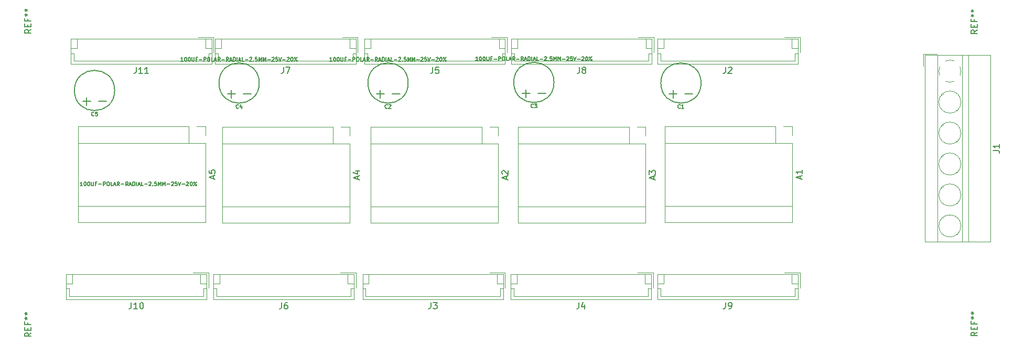
<source format=gbr>
%TF.GenerationSoftware,KiCad,Pcbnew,(5.1.6)-1*%
%TF.CreationDate,2020-09-25T17:37:12+06:00*%
%TF.ProjectId,TMC2130,544d4332-3133-4302-9e6b-696361645f70,rev?*%
%TF.SameCoordinates,Original*%
%TF.FileFunction,Legend,Top*%
%TF.FilePolarity,Positive*%
%FSLAX46Y46*%
G04 Gerber Fmt 4.6, Leading zero omitted, Abs format (unit mm)*
G04 Created by KiCad (PCBNEW (5.1.6)-1) date 2020-09-25 17:37:12*
%MOMM*%
%LPD*%
G01*
G04 APERTURE LIST*
%ADD10C,0.120000*%
%ADD11C,0.203200*%
%ADD12C,0.150000*%
%ADD13C,0.127000*%
G04 APERTURE END LIST*
D10*
%TO.C,J11*%
X5610000Y-32810000D02*
X5610000Y-28790000D01*
X5610000Y-28790000D02*
X-17110000Y-28790000D01*
X-17110000Y-28790000D02*
X-17110000Y-32810000D01*
X-17110000Y-32810000D02*
X5610000Y-32810000D01*
X5610000Y-31100000D02*
X5110000Y-31100000D01*
X5110000Y-31100000D02*
X5110000Y-32310000D01*
X5110000Y-32310000D02*
X-16610000Y-32310000D01*
X-16610000Y-32310000D02*
X-16610000Y-31100000D01*
X-16610000Y-31100000D02*
X-17110000Y-31100000D01*
X5610000Y-30290000D02*
X4610000Y-30290000D01*
X4610000Y-30290000D02*
X4610000Y-28790000D01*
X-17110000Y-30290000D02*
X-16110000Y-30290000D01*
X-16110000Y-30290000D02*
X-16110000Y-28790000D01*
X5910000Y-30990000D02*
X5910000Y-28490000D01*
X5910000Y-28490000D02*
X3410000Y-28490000D01*
%TO.C,J10*%
X4810000Y-70810000D02*
X4810000Y-66790000D01*
X4810000Y-66790000D02*
X-17910000Y-66790000D01*
X-17910000Y-66790000D02*
X-17910000Y-70810000D01*
X-17910000Y-70810000D02*
X4810000Y-70810000D01*
X4810000Y-69100000D02*
X4310000Y-69100000D01*
X4310000Y-69100000D02*
X4310000Y-70310000D01*
X4310000Y-70310000D02*
X-17410000Y-70310000D01*
X-17410000Y-70310000D02*
X-17410000Y-69100000D01*
X-17410000Y-69100000D02*
X-17910000Y-69100000D01*
X4810000Y-68290000D02*
X3810000Y-68290000D01*
X3810000Y-68290000D02*
X3810000Y-66790000D01*
X-17910000Y-68290000D02*
X-16910000Y-68290000D01*
X-16910000Y-68290000D02*
X-16910000Y-66790000D01*
X5110000Y-68990000D02*
X5110000Y-66490000D01*
X5110000Y-66490000D02*
X2610000Y-66490000D01*
D11*
%TO.C,C5*%
X-12665000Y-38878000D02*
X-11395000Y-38878000D01*
X-15205000Y-38878000D02*
X-13935000Y-38878000D01*
X-14570000Y-39513000D02*
X-14570000Y-38243000D01*
X-10051340Y-37100000D02*
G75*
G03*
X-10051340Y-37100000I-3248660J0D01*
G01*
D10*
%TO.C,A5*%
X4600000Y-55730000D02*
X-15980000Y-55730000D01*
X1930000Y-45570000D02*
X-15980000Y-45570000D01*
X4600000Y-44300000D02*
X4600000Y-42900000D01*
X4600000Y-42900000D02*
X3200000Y-42900000D01*
X4600000Y-45570000D02*
X1930000Y-45570000D01*
X1930000Y-45570000D02*
X1930000Y-42900000D01*
X1930000Y-42900000D02*
X-15980000Y-42900000D01*
X-15980000Y-42900000D02*
X-15980000Y-58400000D01*
X-15980000Y-58400000D02*
X4600000Y-58400000D01*
X4600000Y-58400000D02*
X4600000Y-45570000D01*
%TO.C,J7*%
X29210000Y-28490000D02*
X26710000Y-28490000D01*
X29210000Y-30990000D02*
X29210000Y-28490000D01*
X7190000Y-30290000D02*
X7190000Y-28790000D01*
X6190000Y-30290000D02*
X7190000Y-30290000D01*
X27910000Y-30290000D02*
X27910000Y-28790000D01*
X28910000Y-30290000D02*
X27910000Y-30290000D01*
X6690000Y-31100000D02*
X6190000Y-31100000D01*
X6690000Y-32310000D02*
X6690000Y-31100000D01*
X28410000Y-32310000D02*
X6690000Y-32310000D01*
X28410000Y-31100000D02*
X28410000Y-32310000D01*
X28910000Y-31100000D02*
X28410000Y-31100000D01*
X6190000Y-32810000D02*
X28910000Y-32810000D01*
X6190000Y-28790000D02*
X6190000Y-32810000D01*
X28910000Y-28790000D02*
X6190000Y-28790000D01*
X28910000Y-32810000D02*
X28910000Y-28790000D01*
%TO.C,J6*%
X28910000Y-66490000D02*
X26410000Y-66490000D01*
X28910000Y-68990000D02*
X28910000Y-66490000D01*
X6890000Y-68290000D02*
X6890000Y-66790000D01*
X5890000Y-68290000D02*
X6890000Y-68290000D01*
X27610000Y-68290000D02*
X27610000Y-66790000D01*
X28610000Y-68290000D02*
X27610000Y-68290000D01*
X6390000Y-69100000D02*
X5890000Y-69100000D01*
X6390000Y-70310000D02*
X6390000Y-69100000D01*
X28110000Y-70310000D02*
X6390000Y-70310000D01*
X28110000Y-69100000D02*
X28110000Y-70310000D01*
X28610000Y-69100000D02*
X28110000Y-69100000D01*
X5890000Y-70810000D02*
X28610000Y-70810000D01*
X5890000Y-66790000D02*
X5890000Y-70810000D01*
X28610000Y-66790000D02*
X5890000Y-66790000D01*
X28610000Y-70810000D02*
X28610000Y-66790000D01*
D11*
%TO.C,C4*%
X13298340Y-35900000D02*
G75*
G03*
X13298340Y-35900000I-3248660J0D01*
G01*
X8779680Y-38313000D02*
X8779680Y-37043000D01*
X8144680Y-37678000D02*
X9414680Y-37678000D01*
X10684680Y-37678000D02*
X11954680Y-37678000D01*
D10*
%TO.C,A4*%
X27900000Y-58500000D02*
X27900000Y-45670000D01*
X7320000Y-58500000D02*
X27900000Y-58500000D01*
X7320000Y-43000000D02*
X7320000Y-58500000D01*
X25230000Y-43000000D02*
X7320000Y-43000000D01*
X25230000Y-45670000D02*
X25230000Y-43000000D01*
X27900000Y-45670000D02*
X25230000Y-45670000D01*
X27900000Y-43000000D02*
X26500000Y-43000000D01*
X27900000Y-44400000D02*
X27900000Y-43000000D01*
X25230000Y-45670000D02*
X7320000Y-45670000D01*
X27900000Y-55830000D02*
X7320000Y-55830000D01*
%TO.C,J5*%
X53310000Y-28490000D02*
X50810000Y-28490000D01*
X53310000Y-30990000D02*
X53310000Y-28490000D01*
X31290000Y-30290000D02*
X31290000Y-28790000D01*
X30290000Y-30290000D02*
X31290000Y-30290000D01*
X52010000Y-30290000D02*
X52010000Y-28790000D01*
X53010000Y-30290000D02*
X52010000Y-30290000D01*
X30790000Y-31100000D02*
X30290000Y-31100000D01*
X30790000Y-32310000D02*
X30790000Y-31100000D01*
X52510000Y-32310000D02*
X30790000Y-32310000D01*
X52510000Y-31100000D02*
X52510000Y-32310000D01*
X53010000Y-31100000D02*
X52510000Y-31100000D01*
X30290000Y-32810000D02*
X53010000Y-32810000D01*
X30290000Y-28790000D02*
X30290000Y-32810000D01*
X53010000Y-28790000D02*
X30290000Y-28790000D01*
X53010000Y-32810000D02*
X53010000Y-28790000D01*
%TO.C,J3*%
X53010000Y-66490000D02*
X50510000Y-66490000D01*
X53010000Y-68990000D02*
X53010000Y-66490000D01*
X30990000Y-68290000D02*
X30990000Y-66790000D01*
X29990000Y-68290000D02*
X30990000Y-68290000D01*
X51710000Y-68290000D02*
X51710000Y-66790000D01*
X52710000Y-68290000D02*
X51710000Y-68290000D01*
X30490000Y-69100000D02*
X29990000Y-69100000D01*
X30490000Y-70310000D02*
X30490000Y-69100000D01*
X52210000Y-70310000D02*
X30490000Y-70310000D01*
X52210000Y-69100000D02*
X52210000Y-70310000D01*
X52710000Y-69100000D02*
X52210000Y-69100000D01*
X29990000Y-70810000D02*
X52710000Y-70810000D01*
X29990000Y-66790000D02*
X29990000Y-70810000D01*
X52710000Y-66790000D02*
X29990000Y-66790000D01*
X52710000Y-70810000D02*
X52710000Y-66790000D01*
D11*
%TO.C,C2*%
X37348660Y-35900000D02*
G75*
G03*
X37348660Y-35900000I-3248660J0D01*
G01*
X32830000Y-38313000D02*
X32830000Y-37043000D01*
X32195000Y-37678000D02*
X33465000Y-37678000D01*
X34735000Y-37678000D02*
X36005000Y-37678000D01*
D10*
%TO.C,A2*%
X51900000Y-58500000D02*
X51900000Y-45670000D01*
X31320000Y-58500000D02*
X51900000Y-58500000D01*
X31320000Y-43000000D02*
X31320000Y-58500000D01*
X49230000Y-43000000D02*
X31320000Y-43000000D01*
X49230000Y-45670000D02*
X49230000Y-43000000D01*
X51900000Y-45670000D02*
X49230000Y-45670000D01*
X51900000Y-43000000D02*
X50500000Y-43000000D01*
X51900000Y-44400000D02*
X51900000Y-43000000D01*
X49230000Y-45670000D02*
X31320000Y-45670000D01*
X51900000Y-55830000D02*
X31320000Y-55830000D01*
%TO.C,J9*%
X100610000Y-66490000D02*
X98110000Y-66490000D01*
X100610000Y-68990000D02*
X100610000Y-66490000D01*
X78590000Y-68290000D02*
X78590000Y-66790000D01*
X77590000Y-68290000D02*
X78590000Y-68290000D01*
X99310000Y-68290000D02*
X99310000Y-66790000D01*
X100310000Y-68290000D02*
X99310000Y-68290000D01*
X78090000Y-69100000D02*
X77590000Y-69100000D01*
X78090000Y-70310000D02*
X78090000Y-69100000D01*
X99810000Y-70310000D02*
X78090000Y-70310000D01*
X99810000Y-69100000D02*
X99810000Y-70310000D01*
X100310000Y-69100000D02*
X99810000Y-69100000D01*
X77590000Y-70810000D02*
X100310000Y-70810000D01*
X77590000Y-66790000D02*
X77590000Y-70810000D01*
X100310000Y-66790000D02*
X77590000Y-66790000D01*
X100310000Y-70810000D02*
X100310000Y-66790000D01*
%TO.C,J8*%
X77010000Y-28490000D02*
X74510000Y-28490000D01*
X77010000Y-30990000D02*
X77010000Y-28490000D01*
X54990000Y-30290000D02*
X54990000Y-28790000D01*
X53990000Y-30290000D02*
X54990000Y-30290000D01*
X75710000Y-30290000D02*
X75710000Y-28790000D01*
X76710000Y-30290000D02*
X75710000Y-30290000D01*
X54490000Y-31100000D02*
X53990000Y-31100000D01*
X54490000Y-32310000D02*
X54490000Y-31100000D01*
X76210000Y-32310000D02*
X54490000Y-32310000D01*
X76210000Y-31100000D02*
X76210000Y-32310000D01*
X76710000Y-31100000D02*
X76210000Y-31100000D01*
X53990000Y-32810000D02*
X76710000Y-32810000D01*
X53990000Y-28790000D02*
X53990000Y-32810000D01*
X76710000Y-28790000D02*
X53990000Y-28790000D01*
X76710000Y-32810000D02*
X76710000Y-28790000D01*
%TO.C,J4*%
X76910000Y-66490000D02*
X74410000Y-66490000D01*
X76910000Y-68990000D02*
X76910000Y-66490000D01*
X54890000Y-68290000D02*
X54890000Y-66790000D01*
X53890000Y-68290000D02*
X54890000Y-68290000D01*
X75610000Y-68290000D02*
X75610000Y-66790000D01*
X76610000Y-68290000D02*
X75610000Y-68290000D01*
X54390000Y-69100000D02*
X53890000Y-69100000D01*
X54390000Y-70310000D02*
X54390000Y-69100000D01*
X76110000Y-70310000D02*
X54390000Y-70310000D01*
X76110000Y-69100000D02*
X76110000Y-70310000D01*
X76610000Y-69100000D02*
X76110000Y-69100000D01*
X53890000Y-70810000D02*
X76610000Y-70810000D01*
X53890000Y-66790000D02*
X53890000Y-70810000D01*
X76610000Y-66790000D02*
X53890000Y-66790000D01*
X76610000Y-70810000D02*
X76610000Y-66790000D01*
D11*
%TO.C,C3*%
X60898340Y-35800000D02*
G75*
G03*
X60898340Y-35800000I-3248660J0D01*
G01*
X56379680Y-38213000D02*
X56379680Y-36943000D01*
X55744680Y-37578000D02*
X57014680Y-37578000D01*
X58284680Y-37578000D02*
X59554680Y-37578000D01*
D10*
%TO.C,A3*%
X75700000Y-58500000D02*
X75700000Y-45670000D01*
X55120000Y-58500000D02*
X75700000Y-58500000D01*
X55120000Y-43000000D02*
X55120000Y-58500000D01*
X73030000Y-43000000D02*
X55120000Y-43000000D01*
X73030000Y-45670000D02*
X73030000Y-43000000D01*
X75700000Y-45670000D02*
X73030000Y-45670000D01*
X75700000Y-43000000D02*
X74300000Y-43000000D01*
X75700000Y-44400000D02*
X75700000Y-43000000D01*
X73030000Y-45670000D02*
X55120000Y-45670000D01*
X75700000Y-55830000D02*
X55120000Y-55830000D01*
%TO.C,J2*%
X100310000Y-32810000D02*
X100310000Y-28790000D01*
X100310000Y-28790000D02*
X77590000Y-28790000D01*
X77590000Y-28790000D02*
X77590000Y-32810000D01*
X77590000Y-32810000D02*
X100310000Y-32810000D01*
X100310000Y-31100000D02*
X99810000Y-31100000D01*
X99810000Y-31100000D02*
X99810000Y-32310000D01*
X99810000Y-32310000D02*
X78090000Y-32310000D01*
X78090000Y-32310000D02*
X78090000Y-31100000D01*
X78090000Y-31100000D02*
X77590000Y-31100000D01*
X100310000Y-30290000D02*
X99310000Y-30290000D01*
X99310000Y-30290000D02*
X99310000Y-28790000D01*
X77590000Y-30290000D02*
X78590000Y-30290000D01*
X78590000Y-30290000D02*
X78590000Y-28790000D01*
X100610000Y-30990000D02*
X100610000Y-28490000D01*
X100610000Y-28490000D02*
X98110000Y-28490000D01*
D11*
%TO.C,C1*%
X82035000Y-37678000D02*
X83305000Y-37678000D01*
X79495000Y-37678000D02*
X80765000Y-37678000D01*
X80130000Y-38313000D02*
X80130000Y-37043000D01*
X84648660Y-35900000D02*
G75*
G03*
X84648660Y-35900000I-3248660J0D01*
G01*
D10*
%TO.C,J1*%
X120519000Y-31178000D02*
X120519000Y-33178000D01*
X122759000Y-31178000D02*
X120519000Y-31178000D01*
X123736000Y-57678000D02*
X123686000Y-57628000D01*
X126169000Y-60111000D02*
X126145000Y-60086000D01*
X123494000Y-57870000D02*
X123469000Y-57846000D01*
X125952000Y-60328000D02*
X125902000Y-60279000D01*
X123736000Y-52678000D02*
X123686000Y-52628000D01*
X126169000Y-55111000D02*
X126145000Y-55086000D01*
X123494000Y-52870000D02*
X123469000Y-52846000D01*
X125952000Y-55328000D02*
X125902000Y-55279000D01*
X123736000Y-47678000D02*
X123686000Y-47628000D01*
X126169000Y-50111000D02*
X126145000Y-50086000D01*
X123494000Y-47870000D02*
X123469000Y-47846000D01*
X125952000Y-50328000D02*
X125902000Y-50279000D01*
X123736000Y-42678000D02*
X123686000Y-42628000D01*
X126169000Y-45111000D02*
X126145000Y-45086000D01*
X123494000Y-42870000D02*
X123469000Y-42846000D01*
X125952000Y-45328000D02*
X125902000Y-45279000D01*
X123736000Y-37678000D02*
X123686000Y-37628000D01*
X126169000Y-40111000D02*
X126145000Y-40086000D01*
X123494000Y-37870000D02*
X123469000Y-37846000D01*
X125952000Y-40328000D02*
X125902000Y-40279000D01*
X131379000Y-61538000D02*
X120759000Y-61538000D01*
X131379000Y-31418000D02*
X120759000Y-31418000D01*
X120759000Y-31418000D02*
X120759000Y-61538000D01*
X131379000Y-31418000D02*
X131379000Y-61538000D01*
X127819000Y-31418000D02*
X127819000Y-61538000D01*
X126819000Y-31418000D02*
X126819000Y-61538000D01*
X122819000Y-31418000D02*
X122819000Y-61538000D01*
X126599000Y-58978000D02*
G75*
G03*
X126599000Y-58978000I-1780000J0D01*
G01*
X126599000Y-53978000D02*
G75*
G03*
X126599000Y-53978000I-1780000J0D01*
G01*
X126599000Y-48978000D02*
G75*
G03*
X126599000Y-48978000I-1780000J0D01*
G01*
X126599000Y-43978000D02*
G75*
G03*
X126599000Y-43978000I-1780000J0D01*
G01*
X126599000Y-38978000D02*
G75*
G03*
X126599000Y-38978000I-1780000J0D01*
G01*
X123038611Y-34008814D02*
G75*
G02*
X123180000Y-33282000I1780389J30814D01*
G01*
X124123484Y-32338795D02*
G75*
G02*
X125515000Y-32339000I695516J-1639205D01*
G01*
X126458205Y-33282484D02*
G75*
G02*
X126458000Y-34674000I-1639205J-695516D01*
G01*
X125514516Y-35617205D02*
G75*
G02*
X124123000Y-35617000I-695516J1639205D01*
G01*
X123180501Y-34673501D02*
G75*
G02*
X123039000Y-33978000I1638499J695501D01*
G01*
%TO.C,A1*%
X99358500Y-58428500D02*
X99358500Y-45598500D01*
X78778500Y-58428500D02*
X99358500Y-58428500D01*
X78778500Y-42928500D02*
X78778500Y-58428500D01*
X96688500Y-42928500D02*
X78778500Y-42928500D01*
X96688500Y-45598500D02*
X96688500Y-42928500D01*
X99358500Y-45598500D02*
X96688500Y-45598500D01*
X99358500Y-42928500D02*
X97958500Y-42928500D01*
X99358500Y-44328500D02*
X99358500Y-42928500D01*
X96688500Y-45598500D02*
X78778500Y-45598500D01*
X99358500Y-55758500D02*
X78778500Y-55758500D01*
%TO.C,REF\u002A\u002A*%
D12*
X-23547619Y-27233333D02*
X-24023809Y-27566666D01*
X-23547619Y-27804761D02*
X-24547619Y-27804761D01*
X-24547619Y-27423809D01*
X-24500000Y-27328571D01*
X-24452380Y-27280952D01*
X-24357142Y-27233333D01*
X-24214285Y-27233333D01*
X-24119047Y-27280952D01*
X-24071428Y-27328571D01*
X-24023809Y-27423809D01*
X-24023809Y-27804761D01*
X-24071428Y-26804761D02*
X-24071428Y-26471428D01*
X-23547619Y-26328571D02*
X-23547619Y-26804761D01*
X-24547619Y-26804761D01*
X-24547619Y-26328571D01*
X-24071428Y-25566666D02*
X-24071428Y-25900000D01*
X-23547619Y-25900000D02*
X-24547619Y-25900000D01*
X-24547619Y-25423809D01*
X-24547619Y-24900000D02*
X-24309523Y-24900000D01*
X-24404761Y-25138095D02*
X-24309523Y-24900000D01*
X-24404761Y-24661904D01*
X-24119047Y-25042857D02*
X-24309523Y-24900000D01*
X-24119047Y-24757142D01*
X-24547619Y-24138095D02*
X-24309523Y-24138095D01*
X-24404761Y-24376190D02*
X-24309523Y-24138095D01*
X-24404761Y-23900000D01*
X-24119047Y-24280952D02*
X-24309523Y-24138095D01*
X-24119047Y-23995238D01*
X129252380Y-27333333D02*
X128776190Y-27666666D01*
X129252380Y-27904761D02*
X128252380Y-27904761D01*
X128252380Y-27523809D01*
X128300000Y-27428571D01*
X128347619Y-27380952D01*
X128442857Y-27333333D01*
X128585714Y-27333333D01*
X128680952Y-27380952D01*
X128728571Y-27428571D01*
X128776190Y-27523809D01*
X128776190Y-27904761D01*
X128728571Y-26904761D02*
X128728571Y-26571428D01*
X129252380Y-26428571D02*
X129252380Y-26904761D01*
X128252380Y-26904761D01*
X128252380Y-26428571D01*
X128728571Y-25666666D02*
X128728571Y-26000000D01*
X129252380Y-26000000D02*
X128252380Y-26000000D01*
X128252380Y-25523809D01*
X128252380Y-25000000D02*
X128490476Y-25000000D01*
X128395238Y-25238095D02*
X128490476Y-25000000D01*
X128395238Y-24761904D01*
X128680952Y-25142857D02*
X128490476Y-25000000D01*
X128680952Y-24857142D01*
X128252380Y-24238095D02*
X128490476Y-24238095D01*
X128395238Y-24476190D02*
X128490476Y-24238095D01*
X128395238Y-24000000D01*
X128680952Y-24380952D02*
X128490476Y-24238095D01*
X128680952Y-24095238D01*
X129252380Y-76133333D02*
X128776190Y-76466666D01*
X129252380Y-76704761D02*
X128252380Y-76704761D01*
X128252380Y-76323809D01*
X128300000Y-76228571D01*
X128347619Y-76180952D01*
X128442857Y-76133333D01*
X128585714Y-76133333D01*
X128680952Y-76180952D01*
X128728571Y-76228571D01*
X128776190Y-76323809D01*
X128776190Y-76704761D01*
X128728571Y-75704761D02*
X128728571Y-75371428D01*
X129252380Y-75228571D02*
X129252380Y-75704761D01*
X128252380Y-75704761D01*
X128252380Y-75228571D01*
X128728571Y-74466666D02*
X128728571Y-74800000D01*
X129252380Y-74800000D02*
X128252380Y-74800000D01*
X128252380Y-74323809D01*
X128252380Y-73800000D02*
X128490476Y-73800000D01*
X128395238Y-74038095D02*
X128490476Y-73800000D01*
X128395238Y-73561904D01*
X128680952Y-73942857D02*
X128490476Y-73800000D01*
X128680952Y-73657142D01*
X128252380Y-73038095D02*
X128490476Y-73038095D01*
X128395238Y-73276190D02*
X128490476Y-73038095D01*
X128395238Y-72800000D01*
X128680952Y-73180952D02*
X128490476Y-73038095D01*
X128680952Y-72895238D01*
X-23547619Y-76233333D02*
X-24023809Y-76566666D01*
X-23547619Y-76804761D02*
X-24547619Y-76804761D01*
X-24547619Y-76423809D01*
X-24500000Y-76328571D01*
X-24452380Y-76280952D01*
X-24357142Y-76233333D01*
X-24214285Y-76233333D01*
X-24119047Y-76280952D01*
X-24071428Y-76328571D01*
X-24023809Y-76423809D01*
X-24023809Y-76804761D01*
X-24071428Y-75804761D02*
X-24071428Y-75471428D01*
X-23547619Y-75328571D02*
X-23547619Y-75804761D01*
X-24547619Y-75804761D01*
X-24547619Y-75328571D01*
X-24071428Y-74566666D02*
X-24071428Y-74900000D01*
X-23547619Y-74900000D02*
X-24547619Y-74900000D01*
X-24547619Y-74423809D01*
X-24547619Y-73900000D02*
X-24309523Y-73900000D01*
X-24404761Y-74138095D02*
X-24309523Y-73900000D01*
X-24404761Y-73661904D01*
X-24119047Y-74042857D02*
X-24309523Y-73900000D01*
X-24119047Y-73757142D01*
X-24547619Y-73138095D02*
X-24309523Y-73138095D01*
X-24404761Y-73376190D02*
X-24309523Y-73138095D01*
X-24404761Y-72900000D01*
X-24119047Y-73280952D02*
X-24309523Y-73138095D01*
X-24119047Y-72995238D01*
%TO.C,J11*%
X-6559523Y-33352380D02*
X-6559523Y-34066666D01*
X-6607142Y-34209523D01*
X-6702380Y-34304761D01*
X-6845238Y-34352380D01*
X-6940476Y-34352380D01*
X-5559523Y-34352380D02*
X-6130952Y-34352380D01*
X-5845238Y-34352380D02*
X-5845238Y-33352380D01*
X-5940476Y-33495238D01*
X-6035714Y-33590476D01*
X-6130952Y-33638095D01*
X-4607142Y-34352380D02*
X-5178571Y-34352380D01*
X-4892857Y-34352380D02*
X-4892857Y-33352380D01*
X-4988095Y-33495238D01*
X-5083333Y-33590476D01*
X-5178571Y-33638095D01*
%TO.C,J10*%
X-7359523Y-71352380D02*
X-7359523Y-72066666D01*
X-7407142Y-72209523D01*
X-7502380Y-72304761D01*
X-7645238Y-72352380D01*
X-7740476Y-72352380D01*
X-6359523Y-72352380D02*
X-6930952Y-72352380D01*
X-6645238Y-72352380D02*
X-6645238Y-71352380D01*
X-6740476Y-71495238D01*
X-6835714Y-71590476D01*
X-6930952Y-71638095D01*
X-5740476Y-71352380D02*
X-5645238Y-71352380D01*
X-5550000Y-71400000D01*
X-5502380Y-71447619D01*
X-5454761Y-71542857D01*
X-5407142Y-71733333D01*
X-5407142Y-71971428D01*
X-5454761Y-72161904D01*
X-5502380Y-72257142D01*
X-5550000Y-72304761D01*
X-5645238Y-72352380D01*
X-5740476Y-72352380D01*
X-5835714Y-72304761D01*
X-5883333Y-72257142D01*
X-5930952Y-72161904D01*
X-5978571Y-71971428D01*
X-5978571Y-71733333D01*
X-5930952Y-71542857D01*
X-5883333Y-71447619D01*
X-5835714Y-71400000D01*
X-5740476Y-71352380D01*
%TO.C,C5*%
D13*
X-13401600Y-41127714D02*
X-13430628Y-41156742D01*
X-13517714Y-41185771D01*
X-13575771Y-41185771D01*
X-13662857Y-41156742D01*
X-13720914Y-41098685D01*
X-13749942Y-41040628D01*
X-13778971Y-40924514D01*
X-13778971Y-40837428D01*
X-13749942Y-40721314D01*
X-13720914Y-40663257D01*
X-13662857Y-40605200D01*
X-13575771Y-40576171D01*
X-13517714Y-40576171D01*
X-13430628Y-40605200D01*
X-13401600Y-40634228D01*
X-12850057Y-40576171D02*
X-13140342Y-40576171D01*
X-13169371Y-40866457D01*
X-13140342Y-40837428D01*
X-13082285Y-40808400D01*
X-12937142Y-40808400D01*
X-12879085Y-40837428D01*
X-12850057Y-40866457D01*
X-12821028Y-40924514D01*
X-12821028Y-41069657D01*
X-12850057Y-41127714D01*
X-12879085Y-41156742D01*
X-12937142Y-41185771D01*
X-13082285Y-41185771D01*
X-13140342Y-41156742D01*
X-13169371Y-41127714D01*
X-15227885Y-52475771D02*
X-15576228Y-52475771D01*
X-15402057Y-52475771D02*
X-15402057Y-51866171D01*
X-15460114Y-51953257D01*
X-15518171Y-52011314D01*
X-15576228Y-52040342D01*
X-14850514Y-51866171D02*
X-14792457Y-51866171D01*
X-14734400Y-51895200D01*
X-14705371Y-51924228D01*
X-14676342Y-51982285D01*
X-14647314Y-52098400D01*
X-14647314Y-52243542D01*
X-14676342Y-52359657D01*
X-14705371Y-52417714D01*
X-14734400Y-52446742D01*
X-14792457Y-52475771D01*
X-14850514Y-52475771D01*
X-14908571Y-52446742D01*
X-14937600Y-52417714D01*
X-14966628Y-52359657D01*
X-14995657Y-52243542D01*
X-14995657Y-52098400D01*
X-14966628Y-51982285D01*
X-14937600Y-51924228D01*
X-14908571Y-51895200D01*
X-14850514Y-51866171D01*
X-14269942Y-51866171D02*
X-14211885Y-51866171D01*
X-14153828Y-51895200D01*
X-14124800Y-51924228D01*
X-14095771Y-51982285D01*
X-14066742Y-52098400D01*
X-14066742Y-52243542D01*
X-14095771Y-52359657D01*
X-14124800Y-52417714D01*
X-14153828Y-52446742D01*
X-14211885Y-52475771D01*
X-14269942Y-52475771D01*
X-14328000Y-52446742D01*
X-14357028Y-52417714D01*
X-14386057Y-52359657D01*
X-14415085Y-52243542D01*
X-14415085Y-52098400D01*
X-14386057Y-51982285D01*
X-14357028Y-51924228D01*
X-14328000Y-51895200D01*
X-14269942Y-51866171D01*
X-13805485Y-51866171D02*
X-13805485Y-52359657D01*
X-13776457Y-52417714D01*
X-13747428Y-52446742D01*
X-13689371Y-52475771D01*
X-13573257Y-52475771D01*
X-13515200Y-52446742D01*
X-13486171Y-52417714D01*
X-13457142Y-52359657D01*
X-13457142Y-51866171D01*
X-12963657Y-52156457D02*
X-13166857Y-52156457D01*
X-13166857Y-52475771D02*
X-13166857Y-51866171D01*
X-12876571Y-51866171D01*
X-12644342Y-52243542D02*
X-12179885Y-52243542D01*
X-11889600Y-52475771D02*
X-11889600Y-51866171D01*
X-11657371Y-51866171D01*
X-11599314Y-51895200D01*
X-11570285Y-51924228D01*
X-11541257Y-51982285D01*
X-11541257Y-52069371D01*
X-11570285Y-52127428D01*
X-11599314Y-52156457D01*
X-11657371Y-52185485D01*
X-11889600Y-52185485D01*
X-11163885Y-51866171D02*
X-11047771Y-51866171D01*
X-10989714Y-51895200D01*
X-10931657Y-51953257D01*
X-10902628Y-52069371D01*
X-10902628Y-52272571D01*
X-10931657Y-52388685D01*
X-10989714Y-52446742D01*
X-11047771Y-52475771D01*
X-11163885Y-52475771D01*
X-11221942Y-52446742D01*
X-11280000Y-52388685D01*
X-11309028Y-52272571D01*
X-11309028Y-52069371D01*
X-11280000Y-51953257D01*
X-11221942Y-51895200D01*
X-11163885Y-51866171D01*
X-10351085Y-52475771D02*
X-10641371Y-52475771D01*
X-10641371Y-51866171D01*
X-10176914Y-52301600D02*
X-9886628Y-52301600D01*
X-10234971Y-52475771D02*
X-10031771Y-51866171D01*
X-9828571Y-52475771D01*
X-9277028Y-52475771D02*
X-9480228Y-52185485D01*
X-9625371Y-52475771D02*
X-9625371Y-51866171D01*
X-9393142Y-51866171D01*
X-9335085Y-51895200D01*
X-9306057Y-51924228D01*
X-9277028Y-51982285D01*
X-9277028Y-52069371D01*
X-9306057Y-52127428D01*
X-9335085Y-52156457D01*
X-9393142Y-52185485D01*
X-9625371Y-52185485D01*
X-9015771Y-52243542D02*
X-8551314Y-52243542D01*
X-7912685Y-52475771D02*
X-8115885Y-52185485D01*
X-8261028Y-52475771D02*
X-8261028Y-51866171D01*
X-8028800Y-51866171D01*
X-7970742Y-51895200D01*
X-7941714Y-51924228D01*
X-7912685Y-51982285D01*
X-7912685Y-52069371D01*
X-7941714Y-52127428D01*
X-7970742Y-52156457D01*
X-8028800Y-52185485D01*
X-8261028Y-52185485D01*
X-7680457Y-52301600D02*
X-7390171Y-52301600D01*
X-7738514Y-52475771D02*
X-7535314Y-51866171D01*
X-7332114Y-52475771D01*
X-7128914Y-52475771D02*
X-7128914Y-51866171D01*
X-6983771Y-51866171D01*
X-6896685Y-51895200D01*
X-6838628Y-51953257D01*
X-6809599Y-52011314D01*
X-6780571Y-52127428D01*
X-6780571Y-52214514D01*
X-6809599Y-52330628D01*
X-6838628Y-52388685D01*
X-6896685Y-52446742D01*
X-6983771Y-52475771D01*
X-7128914Y-52475771D01*
X-6519314Y-52475771D02*
X-6519314Y-51866171D01*
X-6258057Y-52301600D02*
X-5967771Y-52301600D01*
X-6316114Y-52475771D02*
X-6112914Y-51866171D01*
X-5909714Y-52475771D01*
X-5416228Y-52475771D02*
X-5706514Y-52475771D01*
X-5706514Y-51866171D01*
X-5213028Y-52243542D02*
X-4748571Y-52243542D01*
X-4487314Y-51924228D02*
X-4458285Y-51895200D01*
X-4400228Y-51866171D01*
X-4255085Y-51866171D01*
X-4197028Y-51895200D01*
X-4168000Y-51924228D01*
X-4138971Y-51982285D01*
X-4138971Y-52040342D01*
X-4168000Y-52127428D01*
X-4516342Y-52475771D01*
X-4138971Y-52475771D01*
X-3877714Y-52417714D02*
X-3848685Y-52446742D01*
X-3877714Y-52475771D01*
X-3906742Y-52446742D01*
X-3877714Y-52417714D01*
X-3877714Y-52475771D01*
X-3297142Y-51866171D02*
X-3587428Y-51866171D01*
X-3616457Y-52156457D01*
X-3587428Y-52127428D01*
X-3529371Y-52098400D01*
X-3384228Y-52098400D01*
X-3326171Y-52127428D01*
X-3297142Y-52156457D01*
X-3268114Y-52214514D01*
X-3268114Y-52359657D01*
X-3297142Y-52417714D01*
X-3326171Y-52446742D01*
X-3384228Y-52475771D01*
X-3529371Y-52475771D01*
X-3587428Y-52446742D01*
X-3616457Y-52417714D01*
X-3006857Y-52475771D02*
X-3006857Y-51866171D01*
X-2803657Y-52301600D01*
X-2600457Y-51866171D01*
X-2600457Y-52475771D01*
X-2310171Y-52475771D02*
X-2310171Y-51866171D01*
X-2106971Y-52301600D01*
X-1903771Y-51866171D01*
X-1903771Y-52475771D01*
X-1613485Y-52243542D02*
X-1149028Y-52243542D01*
X-887771Y-51924228D02*
X-858742Y-51895200D01*
X-800685Y-51866171D01*
X-655542Y-51866171D01*
X-597485Y-51895200D01*
X-568457Y-51924228D01*
X-539428Y-51982285D01*
X-539428Y-52040342D01*
X-568457Y-52127428D01*
X-916799Y-52475771D01*
X-539428Y-52475771D01*
X12114Y-51866171D02*
X-278171Y-51866171D01*
X-307199Y-52156457D01*
X-278171Y-52127428D01*
X-220114Y-52098400D01*
X-74971Y-52098400D01*
X-16914Y-52127428D01*
X12114Y-52156457D01*
X41142Y-52214514D01*
X41142Y-52359657D01*
X12114Y-52417714D01*
X-16914Y-52446742D01*
X-74971Y-52475771D01*
X-220114Y-52475771D01*
X-278171Y-52446742D01*
X-307199Y-52417714D01*
X215314Y-51866171D02*
X418514Y-52475771D01*
X621714Y-51866171D01*
X824914Y-52243542D02*
X1289371Y-52243542D01*
X1550628Y-51924228D02*
X1579657Y-51895200D01*
X1637714Y-51866171D01*
X1782857Y-51866171D01*
X1840914Y-51895200D01*
X1869942Y-51924228D01*
X1898971Y-51982285D01*
X1898971Y-52040342D01*
X1869942Y-52127428D01*
X1521600Y-52475771D01*
X1898971Y-52475771D01*
X2276342Y-51866171D02*
X2334400Y-51866171D01*
X2392457Y-51895200D01*
X2421485Y-51924228D01*
X2450514Y-51982285D01*
X2479542Y-52098400D01*
X2479542Y-52243542D01*
X2450514Y-52359657D01*
X2421485Y-52417714D01*
X2392457Y-52446742D01*
X2334400Y-52475771D01*
X2276342Y-52475771D01*
X2218285Y-52446742D01*
X2189257Y-52417714D01*
X2160228Y-52359657D01*
X2131200Y-52243542D01*
X2131200Y-52098400D01*
X2160228Y-51982285D01*
X2189257Y-51924228D01*
X2218285Y-51895200D01*
X2276342Y-51866171D01*
X2711771Y-52475771D02*
X3176228Y-51866171D01*
X2798857Y-51866171D02*
X2856914Y-51895200D01*
X2885942Y-51953257D01*
X2856914Y-52011314D01*
X2798857Y-52040342D01*
X2740800Y-52011314D01*
X2711771Y-51953257D01*
X2740800Y-51895200D01*
X2798857Y-51866171D01*
X3147200Y-52446742D02*
X3176228Y-52388685D01*
X3147200Y-52330628D01*
X3089142Y-52301600D01*
X3031085Y-52330628D01*
X3002057Y-52388685D01*
X3031085Y-52446742D01*
X3089142Y-52475771D01*
X3147200Y-52446742D01*
%TO.C,A5*%
D12*
X5906666Y-51364285D02*
X5906666Y-50888095D01*
X6192380Y-51459523D02*
X5192380Y-51126190D01*
X6192380Y-50792857D01*
X5192380Y-49983333D02*
X5192380Y-50459523D01*
X5668571Y-50507142D01*
X5620952Y-50459523D01*
X5573333Y-50364285D01*
X5573333Y-50126190D01*
X5620952Y-50030952D01*
X5668571Y-49983333D01*
X5763809Y-49935714D01*
X6001904Y-49935714D01*
X6097142Y-49983333D01*
X6144761Y-50030952D01*
X6192380Y-50126190D01*
X6192380Y-50364285D01*
X6144761Y-50459523D01*
X6097142Y-50507142D01*
%TO.C,J7*%
X17216666Y-33352380D02*
X17216666Y-34066666D01*
X17169047Y-34209523D01*
X17073809Y-34304761D01*
X16930952Y-34352380D01*
X16835714Y-34352380D01*
X17597619Y-33352380D02*
X18264285Y-33352380D01*
X17835714Y-34352380D01*
%TO.C,J6*%
X16916666Y-71352380D02*
X16916666Y-72066666D01*
X16869047Y-72209523D01*
X16773809Y-72304761D01*
X16630952Y-72352380D01*
X16535714Y-72352380D01*
X17821428Y-71352380D02*
X17630952Y-71352380D01*
X17535714Y-71400000D01*
X17488095Y-71447619D01*
X17392857Y-71590476D01*
X17345238Y-71780952D01*
X17345238Y-72161904D01*
X17392857Y-72257142D01*
X17440476Y-72304761D01*
X17535714Y-72352380D01*
X17726190Y-72352380D01*
X17821428Y-72304761D01*
X17869047Y-72257142D01*
X17916666Y-72161904D01*
X17916666Y-71923809D01*
X17869047Y-71828571D01*
X17821428Y-71780952D01*
X17726190Y-71733333D01*
X17535714Y-71733333D01*
X17440476Y-71780952D01*
X17392857Y-71828571D01*
X17345238Y-71923809D01*
%TO.C,C4*%
D13*
X9948080Y-39927714D02*
X9919051Y-39956742D01*
X9831965Y-39985771D01*
X9773908Y-39985771D01*
X9686822Y-39956742D01*
X9628765Y-39898685D01*
X9599737Y-39840628D01*
X9570708Y-39724514D01*
X9570708Y-39637428D01*
X9599737Y-39521314D01*
X9628765Y-39463257D01*
X9686822Y-39405200D01*
X9773908Y-39376171D01*
X9831965Y-39376171D01*
X9919051Y-39405200D01*
X9948080Y-39434228D01*
X10470594Y-39579371D02*
X10470594Y-39985771D01*
X10325451Y-39347142D02*
X10180308Y-39782571D01*
X10557680Y-39782571D01*
X1021794Y-32365771D02*
X673451Y-32365771D01*
X847622Y-32365771D02*
X847622Y-31756171D01*
X789565Y-31843257D01*
X731508Y-31901314D01*
X673451Y-31930342D01*
X1399165Y-31756171D02*
X1457222Y-31756171D01*
X1515280Y-31785200D01*
X1544308Y-31814228D01*
X1573337Y-31872285D01*
X1602365Y-31988400D01*
X1602365Y-32133542D01*
X1573337Y-32249657D01*
X1544308Y-32307714D01*
X1515280Y-32336742D01*
X1457222Y-32365771D01*
X1399165Y-32365771D01*
X1341108Y-32336742D01*
X1312080Y-32307714D01*
X1283051Y-32249657D01*
X1254022Y-32133542D01*
X1254022Y-31988400D01*
X1283051Y-31872285D01*
X1312080Y-31814228D01*
X1341108Y-31785200D01*
X1399165Y-31756171D01*
X1979737Y-31756171D02*
X2037794Y-31756171D01*
X2095851Y-31785200D01*
X2124880Y-31814228D01*
X2153908Y-31872285D01*
X2182937Y-31988400D01*
X2182937Y-32133542D01*
X2153908Y-32249657D01*
X2124880Y-32307714D01*
X2095851Y-32336742D01*
X2037794Y-32365771D01*
X1979737Y-32365771D01*
X1921680Y-32336742D01*
X1892651Y-32307714D01*
X1863622Y-32249657D01*
X1834594Y-32133542D01*
X1834594Y-31988400D01*
X1863622Y-31872285D01*
X1892651Y-31814228D01*
X1921680Y-31785200D01*
X1979737Y-31756171D01*
X2444194Y-31756171D02*
X2444194Y-32249657D01*
X2473222Y-32307714D01*
X2502251Y-32336742D01*
X2560308Y-32365771D01*
X2676422Y-32365771D01*
X2734480Y-32336742D01*
X2763508Y-32307714D01*
X2792537Y-32249657D01*
X2792537Y-31756171D01*
X3286022Y-32046457D02*
X3082822Y-32046457D01*
X3082822Y-32365771D02*
X3082822Y-31756171D01*
X3373108Y-31756171D01*
X3605337Y-32133542D02*
X4069794Y-32133542D01*
X4360080Y-32365771D02*
X4360080Y-31756171D01*
X4592308Y-31756171D01*
X4650365Y-31785200D01*
X4679394Y-31814228D01*
X4708422Y-31872285D01*
X4708422Y-31959371D01*
X4679394Y-32017428D01*
X4650365Y-32046457D01*
X4592308Y-32075485D01*
X4360080Y-32075485D01*
X5085794Y-31756171D02*
X5201908Y-31756171D01*
X5259965Y-31785200D01*
X5318022Y-31843257D01*
X5347051Y-31959371D01*
X5347051Y-32162571D01*
X5318022Y-32278685D01*
X5259965Y-32336742D01*
X5201908Y-32365771D01*
X5085794Y-32365771D01*
X5027737Y-32336742D01*
X4969680Y-32278685D01*
X4940651Y-32162571D01*
X4940651Y-31959371D01*
X4969680Y-31843257D01*
X5027737Y-31785200D01*
X5085794Y-31756171D01*
X5898594Y-32365771D02*
X5608308Y-32365771D01*
X5608308Y-31756171D01*
X6072765Y-32191600D02*
X6363051Y-32191600D01*
X6014708Y-32365771D02*
X6217908Y-31756171D01*
X6421108Y-32365771D01*
X6972651Y-32365771D02*
X6769451Y-32075485D01*
X6624308Y-32365771D02*
X6624308Y-31756171D01*
X6856537Y-31756171D01*
X6914594Y-31785200D01*
X6943622Y-31814228D01*
X6972651Y-31872285D01*
X6972651Y-31959371D01*
X6943622Y-32017428D01*
X6914594Y-32046457D01*
X6856537Y-32075485D01*
X6624308Y-32075485D01*
X7233908Y-32133542D02*
X7698365Y-32133542D01*
X8336994Y-32365771D02*
X8133794Y-32075485D01*
X7988651Y-32365771D02*
X7988651Y-31756171D01*
X8220880Y-31756171D01*
X8278937Y-31785200D01*
X8307965Y-31814228D01*
X8336994Y-31872285D01*
X8336994Y-31959371D01*
X8307965Y-32017428D01*
X8278937Y-32046457D01*
X8220880Y-32075485D01*
X7988651Y-32075485D01*
X8569222Y-32191600D02*
X8859508Y-32191600D01*
X8511165Y-32365771D02*
X8714365Y-31756171D01*
X8917565Y-32365771D01*
X9120765Y-32365771D02*
X9120765Y-31756171D01*
X9265908Y-31756171D01*
X9352994Y-31785200D01*
X9411051Y-31843257D01*
X9440080Y-31901314D01*
X9469108Y-32017428D01*
X9469108Y-32104514D01*
X9440080Y-32220628D01*
X9411051Y-32278685D01*
X9352994Y-32336742D01*
X9265908Y-32365771D01*
X9120765Y-32365771D01*
X9730365Y-32365771D02*
X9730365Y-31756171D01*
X9991622Y-32191600D02*
X10281908Y-32191600D01*
X9933565Y-32365771D02*
X10136765Y-31756171D01*
X10339965Y-32365771D01*
X10833451Y-32365771D02*
X10543165Y-32365771D01*
X10543165Y-31756171D01*
X11036651Y-32133542D02*
X11501108Y-32133542D01*
X11762365Y-31814228D02*
X11791394Y-31785200D01*
X11849451Y-31756171D01*
X11994594Y-31756171D01*
X12052651Y-31785200D01*
X12081680Y-31814228D01*
X12110708Y-31872285D01*
X12110708Y-31930342D01*
X12081680Y-32017428D01*
X11733337Y-32365771D01*
X12110708Y-32365771D01*
X12371965Y-32307714D02*
X12400994Y-32336742D01*
X12371965Y-32365771D01*
X12342937Y-32336742D01*
X12371965Y-32307714D01*
X12371965Y-32365771D01*
X12952537Y-31756171D02*
X12662251Y-31756171D01*
X12633222Y-32046457D01*
X12662251Y-32017428D01*
X12720308Y-31988400D01*
X12865451Y-31988400D01*
X12923508Y-32017428D01*
X12952537Y-32046457D01*
X12981565Y-32104514D01*
X12981565Y-32249657D01*
X12952537Y-32307714D01*
X12923508Y-32336742D01*
X12865451Y-32365771D01*
X12720308Y-32365771D01*
X12662251Y-32336742D01*
X12633222Y-32307714D01*
X13242822Y-32365771D02*
X13242822Y-31756171D01*
X13446022Y-32191600D01*
X13649222Y-31756171D01*
X13649222Y-32365771D01*
X13939508Y-32365771D02*
X13939508Y-31756171D01*
X14142708Y-32191600D01*
X14345908Y-31756171D01*
X14345908Y-32365771D01*
X14636194Y-32133542D02*
X15100651Y-32133542D01*
X15361908Y-31814228D02*
X15390937Y-31785200D01*
X15448994Y-31756171D01*
X15594137Y-31756171D01*
X15652194Y-31785200D01*
X15681222Y-31814228D01*
X15710251Y-31872285D01*
X15710251Y-31930342D01*
X15681222Y-32017428D01*
X15332880Y-32365771D01*
X15710251Y-32365771D01*
X16261794Y-31756171D02*
X15971508Y-31756171D01*
X15942480Y-32046457D01*
X15971508Y-32017428D01*
X16029565Y-31988400D01*
X16174708Y-31988400D01*
X16232765Y-32017428D01*
X16261794Y-32046457D01*
X16290822Y-32104514D01*
X16290822Y-32249657D01*
X16261794Y-32307714D01*
X16232765Y-32336742D01*
X16174708Y-32365771D01*
X16029565Y-32365771D01*
X15971508Y-32336742D01*
X15942480Y-32307714D01*
X16464994Y-31756171D02*
X16668194Y-32365771D01*
X16871394Y-31756171D01*
X17074594Y-32133542D02*
X17539051Y-32133542D01*
X17800308Y-31814228D02*
X17829337Y-31785200D01*
X17887394Y-31756171D01*
X18032537Y-31756171D01*
X18090594Y-31785200D01*
X18119622Y-31814228D01*
X18148651Y-31872285D01*
X18148651Y-31930342D01*
X18119622Y-32017428D01*
X17771280Y-32365771D01*
X18148651Y-32365771D01*
X18526022Y-31756171D02*
X18584080Y-31756171D01*
X18642137Y-31785200D01*
X18671165Y-31814228D01*
X18700194Y-31872285D01*
X18729222Y-31988400D01*
X18729222Y-32133542D01*
X18700194Y-32249657D01*
X18671165Y-32307714D01*
X18642137Y-32336742D01*
X18584080Y-32365771D01*
X18526022Y-32365771D01*
X18467965Y-32336742D01*
X18438937Y-32307714D01*
X18409908Y-32249657D01*
X18380880Y-32133542D01*
X18380880Y-31988400D01*
X18409908Y-31872285D01*
X18438937Y-31814228D01*
X18467965Y-31785200D01*
X18526022Y-31756171D01*
X18961451Y-32365771D02*
X19425908Y-31756171D01*
X19048537Y-31756171D02*
X19106594Y-31785200D01*
X19135622Y-31843257D01*
X19106594Y-31901314D01*
X19048537Y-31930342D01*
X18990480Y-31901314D01*
X18961451Y-31843257D01*
X18990480Y-31785200D01*
X19048537Y-31756171D01*
X19396880Y-32336742D02*
X19425908Y-32278685D01*
X19396880Y-32220628D01*
X19338822Y-32191600D01*
X19280765Y-32220628D01*
X19251737Y-32278685D01*
X19280765Y-32336742D01*
X19338822Y-32365771D01*
X19396880Y-32336742D01*
%TO.C,A4*%
D12*
X29206666Y-51464285D02*
X29206666Y-50988095D01*
X29492380Y-51559523D02*
X28492380Y-51226190D01*
X29492380Y-50892857D01*
X28825714Y-50130952D02*
X29492380Y-50130952D01*
X28444761Y-50369047D02*
X29159047Y-50607142D01*
X29159047Y-49988095D01*
%TO.C,J5*%
X41316666Y-33352380D02*
X41316666Y-34066666D01*
X41269047Y-34209523D01*
X41173809Y-34304761D01*
X41030952Y-34352380D01*
X40935714Y-34352380D01*
X42269047Y-33352380D02*
X41792857Y-33352380D01*
X41745238Y-33828571D01*
X41792857Y-33780952D01*
X41888095Y-33733333D01*
X42126190Y-33733333D01*
X42221428Y-33780952D01*
X42269047Y-33828571D01*
X42316666Y-33923809D01*
X42316666Y-34161904D01*
X42269047Y-34257142D01*
X42221428Y-34304761D01*
X42126190Y-34352380D01*
X41888095Y-34352380D01*
X41792857Y-34304761D01*
X41745238Y-34257142D01*
%TO.C,J3*%
X41016666Y-71352380D02*
X41016666Y-72066666D01*
X40969047Y-72209523D01*
X40873809Y-72304761D01*
X40730952Y-72352380D01*
X40635714Y-72352380D01*
X41397619Y-71352380D02*
X42016666Y-71352380D01*
X41683333Y-71733333D01*
X41826190Y-71733333D01*
X41921428Y-71780952D01*
X41969047Y-71828571D01*
X42016666Y-71923809D01*
X42016666Y-72161904D01*
X41969047Y-72257142D01*
X41921428Y-72304761D01*
X41826190Y-72352380D01*
X41540476Y-72352380D01*
X41445238Y-72304761D01*
X41397619Y-72257142D01*
%TO.C,C2*%
D13*
X33998400Y-39927714D02*
X33969371Y-39956742D01*
X33882285Y-39985771D01*
X33824228Y-39985771D01*
X33737142Y-39956742D01*
X33679085Y-39898685D01*
X33650057Y-39840628D01*
X33621028Y-39724514D01*
X33621028Y-39637428D01*
X33650057Y-39521314D01*
X33679085Y-39463257D01*
X33737142Y-39405200D01*
X33824228Y-39376171D01*
X33882285Y-39376171D01*
X33969371Y-39405200D01*
X33998400Y-39434228D01*
X34230628Y-39434228D02*
X34259657Y-39405200D01*
X34317714Y-39376171D01*
X34462857Y-39376171D01*
X34520914Y-39405200D01*
X34549942Y-39434228D01*
X34578971Y-39492285D01*
X34578971Y-39550342D01*
X34549942Y-39637428D01*
X34201600Y-39985771D01*
X34578971Y-39985771D01*
X25072114Y-32365771D02*
X24723771Y-32365771D01*
X24897942Y-32365771D02*
X24897942Y-31756171D01*
X24839885Y-31843257D01*
X24781828Y-31901314D01*
X24723771Y-31930342D01*
X25449485Y-31756171D02*
X25507542Y-31756171D01*
X25565600Y-31785200D01*
X25594628Y-31814228D01*
X25623657Y-31872285D01*
X25652685Y-31988400D01*
X25652685Y-32133542D01*
X25623657Y-32249657D01*
X25594628Y-32307714D01*
X25565600Y-32336742D01*
X25507542Y-32365771D01*
X25449485Y-32365771D01*
X25391428Y-32336742D01*
X25362400Y-32307714D01*
X25333371Y-32249657D01*
X25304342Y-32133542D01*
X25304342Y-31988400D01*
X25333371Y-31872285D01*
X25362400Y-31814228D01*
X25391428Y-31785200D01*
X25449485Y-31756171D01*
X26030057Y-31756171D02*
X26088114Y-31756171D01*
X26146171Y-31785200D01*
X26175200Y-31814228D01*
X26204228Y-31872285D01*
X26233257Y-31988400D01*
X26233257Y-32133542D01*
X26204228Y-32249657D01*
X26175200Y-32307714D01*
X26146171Y-32336742D01*
X26088114Y-32365771D01*
X26030057Y-32365771D01*
X25972000Y-32336742D01*
X25942971Y-32307714D01*
X25913942Y-32249657D01*
X25884914Y-32133542D01*
X25884914Y-31988400D01*
X25913942Y-31872285D01*
X25942971Y-31814228D01*
X25972000Y-31785200D01*
X26030057Y-31756171D01*
X26494514Y-31756171D02*
X26494514Y-32249657D01*
X26523542Y-32307714D01*
X26552571Y-32336742D01*
X26610628Y-32365771D01*
X26726742Y-32365771D01*
X26784800Y-32336742D01*
X26813828Y-32307714D01*
X26842857Y-32249657D01*
X26842857Y-31756171D01*
X27336342Y-32046457D02*
X27133142Y-32046457D01*
X27133142Y-32365771D02*
X27133142Y-31756171D01*
X27423428Y-31756171D01*
X27655657Y-32133542D02*
X28120114Y-32133542D01*
X28410400Y-32365771D02*
X28410400Y-31756171D01*
X28642628Y-31756171D01*
X28700685Y-31785200D01*
X28729714Y-31814228D01*
X28758742Y-31872285D01*
X28758742Y-31959371D01*
X28729714Y-32017428D01*
X28700685Y-32046457D01*
X28642628Y-32075485D01*
X28410400Y-32075485D01*
X29136114Y-31756171D02*
X29252228Y-31756171D01*
X29310285Y-31785200D01*
X29368342Y-31843257D01*
X29397371Y-31959371D01*
X29397371Y-32162571D01*
X29368342Y-32278685D01*
X29310285Y-32336742D01*
X29252228Y-32365771D01*
X29136114Y-32365771D01*
X29078057Y-32336742D01*
X29020000Y-32278685D01*
X28990971Y-32162571D01*
X28990971Y-31959371D01*
X29020000Y-31843257D01*
X29078057Y-31785200D01*
X29136114Y-31756171D01*
X29948914Y-32365771D02*
X29658628Y-32365771D01*
X29658628Y-31756171D01*
X30123085Y-32191600D02*
X30413371Y-32191600D01*
X30065028Y-32365771D02*
X30268228Y-31756171D01*
X30471428Y-32365771D01*
X31022971Y-32365771D02*
X30819771Y-32075485D01*
X30674628Y-32365771D02*
X30674628Y-31756171D01*
X30906857Y-31756171D01*
X30964914Y-31785200D01*
X30993942Y-31814228D01*
X31022971Y-31872285D01*
X31022971Y-31959371D01*
X30993942Y-32017428D01*
X30964914Y-32046457D01*
X30906857Y-32075485D01*
X30674628Y-32075485D01*
X31284228Y-32133542D02*
X31748685Y-32133542D01*
X32387314Y-32365771D02*
X32184114Y-32075485D01*
X32038971Y-32365771D02*
X32038971Y-31756171D01*
X32271200Y-31756171D01*
X32329257Y-31785200D01*
X32358285Y-31814228D01*
X32387314Y-31872285D01*
X32387314Y-31959371D01*
X32358285Y-32017428D01*
X32329257Y-32046457D01*
X32271200Y-32075485D01*
X32038971Y-32075485D01*
X32619542Y-32191600D02*
X32909828Y-32191600D01*
X32561485Y-32365771D02*
X32764685Y-31756171D01*
X32967885Y-32365771D01*
X33171085Y-32365771D02*
X33171085Y-31756171D01*
X33316228Y-31756171D01*
X33403314Y-31785200D01*
X33461371Y-31843257D01*
X33490400Y-31901314D01*
X33519428Y-32017428D01*
X33519428Y-32104514D01*
X33490400Y-32220628D01*
X33461371Y-32278685D01*
X33403314Y-32336742D01*
X33316228Y-32365771D01*
X33171085Y-32365771D01*
X33780685Y-32365771D02*
X33780685Y-31756171D01*
X34041942Y-32191600D02*
X34332228Y-32191600D01*
X33983885Y-32365771D02*
X34187085Y-31756171D01*
X34390285Y-32365771D01*
X34883771Y-32365771D02*
X34593485Y-32365771D01*
X34593485Y-31756171D01*
X35086971Y-32133542D02*
X35551428Y-32133542D01*
X35812685Y-31814228D02*
X35841714Y-31785200D01*
X35899771Y-31756171D01*
X36044914Y-31756171D01*
X36102971Y-31785200D01*
X36132000Y-31814228D01*
X36161028Y-31872285D01*
X36161028Y-31930342D01*
X36132000Y-32017428D01*
X35783657Y-32365771D01*
X36161028Y-32365771D01*
X36422285Y-32307714D02*
X36451314Y-32336742D01*
X36422285Y-32365771D01*
X36393257Y-32336742D01*
X36422285Y-32307714D01*
X36422285Y-32365771D01*
X37002857Y-31756171D02*
X36712571Y-31756171D01*
X36683542Y-32046457D01*
X36712571Y-32017428D01*
X36770628Y-31988400D01*
X36915771Y-31988400D01*
X36973828Y-32017428D01*
X37002857Y-32046457D01*
X37031885Y-32104514D01*
X37031885Y-32249657D01*
X37002857Y-32307714D01*
X36973828Y-32336742D01*
X36915771Y-32365771D01*
X36770628Y-32365771D01*
X36712571Y-32336742D01*
X36683542Y-32307714D01*
X37293142Y-32365771D02*
X37293142Y-31756171D01*
X37496342Y-32191600D01*
X37699542Y-31756171D01*
X37699542Y-32365771D01*
X37989828Y-32365771D02*
X37989828Y-31756171D01*
X38193028Y-32191600D01*
X38396228Y-31756171D01*
X38396228Y-32365771D01*
X38686514Y-32133542D02*
X39150971Y-32133542D01*
X39412228Y-31814228D02*
X39441257Y-31785200D01*
X39499314Y-31756171D01*
X39644457Y-31756171D01*
X39702514Y-31785200D01*
X39731542Y-31814228D01*
X39760571Y-31872285D01*
X39760571Y-31930342D01*
X39731542Y-32017428D01*
X39383200Y-32365771D01*
X39760571Y-32365771D01*
X40312114Y-31756171D02*
X40021828Y-31756171D01*
X39992800Y-32046457D01*
X40021828Y-32017428D01*
X40079885Y-31988400D01*
X40225028Y-31988400D01*
X40283085Y-32017428D01*
X40312114Y-32046457D01*
X40341142Y-32104514D01*
X40341142Y-32249657D01*
X40312114Y-32307714D01*
X40283085Y-32336742D01*
X40225028Y-32365771D01*
X40079885Y-32365771D01*
X40021828Y-32336742D01*
X39992800Y-32307714D01*
X40515314Y-31756171D02*
X40718514Y-32365771D01*
X40921714Y-31756171D01*
X41124914Y-32133542D02*
X41589371Y-32133542D01*
X41850628Y-31814228D02*
X41879657Y-31785200D01*
X41937714Y-31756171D01*
X42082857Y-31756171D01*
X42140914Y-31785200D01*
X42169942Y-31814228D01*
X42198971Y-31872285D01*
X42198971Y-31930342D01*
X42169942Y-32017428D01*
X41821600Y-32365771D01*
X42198971Y-32365771D01*
X42576342Y-31756171D02*
X42634400Y-31756171D01*
X42692457Y-31785200D01*
X42721485Y-31814228D01*
X42750514Y-31872285D01*
X42779542Y-31988400D01*
X42779542Y-32133542D01*
X42750514Y-32249657D01*
X42721485Y-32307714D01*
X42692457Y-32336742D01*
X42634400Y-32365771D01*
X42576342Y-32365771D01*
X42518285Y-32336742D01*
X42489257Y-32307714D01*
X42460228Y-32249657D01*
X42431200Y-32133542D01*
X42431200Y-31988400D01*
X42460228Y-31872285D01*
X42489257Y-31814228D01*
X42518285Y-31785200D01*
X42576342Y-31756171D01*
X43011771Y-32365771D02*
X43476228Y-31756171D01*
X43098857Y-31756171D02*
X43156914Y-31785200D01*
X43185942Y-31843257D01*
X43156914Y-31901314D01*
X43098857Y-31930342D01*
X43040800Y-31901314D01*
X43011771Y-31843257D01*
X43040800Y-31785200D01*
X43098857Y-31756171D01*
X43447200Y-32336742D02*
X43476228Y-32278685D01*
X43447200Y-32220628D01*
X43389142Y-32191600D01*
X43331085Y-32220628D01*
X43302057Y-32278685D01*
X43331085Y-32336742D01*
X43389142Y-32365771D01*
X43447200Y-32336742D01*
%TO.C,A2*%
D12*
X53206666Y-51464285D02*
X53206666Y-50988095D01*
X53492380Y-51559523D02*
X52492380Y-51226190D01*
X53492380Y-50892857D01*
X52587619Y-50607142D02*
X52540000Y-50559523D01*
X52492380Y-50464285D01*
X52492380Y-50226190D01*
X52540000Y-50130952D01*
X52587619Y-50083333D01*
X52682857Y-50035714D01*
X52778095Y-50035714D01*
X52920952Y-50083333D01*
X53492380Y-50654761D01*
X53492380Y-50035714D01*
%TO.C,J9*%
X88616666Y-71352380D02*
X88616666Y-72066666D01*
X88569047Y-72209523D01*
X88473809Y-72304761D01*
X88330952Y-72352380D01*
X88235714Y-72352380D01*
X89140476Y-72352380D02*
X89330952Y-72352380D01*
X89426190Y-72304761D01*
X89473809Y-72257142D01*
X89569047Y-72114285D01*
X89616666Y-71923809D01*
X89616666Y-71542857D01*
X89569047Y-71447619D01*
X89521428Y-71400000D01*
X89426190Y-71352380D01*
X89235714Y-71352380D01*
X89140476Y-71400000D01*
X89092857Y-71447619D01*
X89045238Y-71542857D01*
X89045238Y-71780952D01*
X89092857Y-71876190D01*
X89140476Y-71923809D01*
X89235714Y-71971428D01*
X89426190Y-71971428D01*
X89521428Y-71923809D01*
X89569047Y-71876190D01*
X89616666Y-71780952D01*
%TO.C,J8*%
X65016666Y-33352380D02*
X65016666Y-34066666D01*
X64969047Y-34209523D01*
X64873809Y-34304761D01*
X64730952Y-34352380D01*
X64635714Y-34352380D01*
X65635714Y-33780952D02*
X65540476Y-33733333D01*
X65492857Y-33685714D01*
X65445238Y-33590476D01*
X65445238Y-33542857D01*
X65492857Y-33447619D01*
X65540476Y-33400000D01*
X65635714Y-33352380D01*
X65826190Y-33352380D01*
X65921428Y-33400000D01*
X65969047Y-33447619D01*
X66016666Y-33542857D01*
X66016666Y-33590476D01*
X65969047Y-33685714D01*
X65921428Y-33733333D01*
X65826190Y-33780952D01*
X65635714Y-33780952D01*
X65540476Y-33828571D01*
X65492857Y-33876190D01*
X65445238Y-33971428D01*
X65445238Y-34161904D01*
X65492857Y-34257142D01*
X65540476Y-34304761D01*
X65635714Y-34352380D01*
X65826190Y-34352380D01*
X65921428Y-34304761D01*
X65969047Y-34257142D01*
X66016666Y-34161904D01*
X66016666Y-33971428D01*
X65969047Y-33876190D01*
X65921428Y-33828571D01*
X65826190Y-33780952D01*
%TO.C,J4*%
X64916666Y-71352380D02*
X64916666Y-72066666D01*
X64869047Y-72209523D01*
X64773809Y-72304761D01*
X64630952Y-72352380D01*
X64535714Y-72352380D01*
X65821428Y-71685714D02*
X65821428Y-72352380D01*
X65583333Y-71304761D02*
X65345238Y-72019047D01*
X65964285Y-72019047D01*
%TO.C,C3*%
D13*
X57548080Y-39827714D02*
X57519051Y-39856742D01*
X57431965Y-39885771D01*
X57373908Y-39885771D01*
X57286822Y-39856742D01*
X57228765Y-39798685D01*
X57199737Y-39740628D01*
X57170708Y-39624514D01*
X57170708Y-39537428D01*
X57199737Y-39421314D01*
X57228765Y-39363257D01*
X57286822Y-39305200D01*
X57373908Y-39276171D01*
X57431965Y-39276171D01*
X57519051Y-39305200D01*
X57548080Y-39334228D01*
X57751280Y-39276171D02*
X58128651Y-39276171D01*
X57925451Y-39508400D01*
X58012537Y-39508400D01*
X58070594Y-39537428D01*
X58099622Y-39566457D01*
X58128651Y-39624514D01*
X58128651Y-39769657D01*
X58099622Y-39827714D01*
X58070594Y-39856742D01*
X58012537Y-39885771D01*
X57838365Y-39885771D01*
X57780308Y-39856742D01*
X57751280Y-39827714D01*
X48621794Y-32265771D02*
X48273451Y-32265771D01*
X48447622Y-32265771D02*
X48447622Y-31656171D01*
X48389565Y-31743257D01*
X48331508Y-31801314D01*
X48273451Y-31830342D01*
X48999165Y-31656171D02*
X49057222Y-31656171D01*
X49115280Y-31685200D01*
X49144308Y-31714228D01*
X49173337Y-31772285D01*
X49202365Y-31888400D01*
X49202365Y-32033542D01*
X49173337Y-32149657D01*
X49144308Y-32207714D01*
X49115280Y-32236742D01*
X49057222Y-32265771D01*
X48999165Y-32265771D01*
X48941108Y-32236742D01*
X48912080Y-32207714D01*
X48883051Y-32149657D01*
X48854022Y-32033542D01*
X48854022Y-31888400D01*
X48883051Y-31772285D01*
X48912080Y-31714228D01*
X48941108Y-31685200D01*
X48999165Y-31656171D01*
X49579737Y-31656171D02*
X49637794Y-31656171D01*
X49695851Y-31685200D01*
X49724880Y-31714228D01*
X49753908Y-31772285D01*
X49782937Y-31888400D01*
X49782937Y-32033542D01*
X49753908Y-32149657D01*
X49724880Y-32207714D01*
X49695851Y-32236742D01*
X49637794Y-32265771D01*
X49579737Y-32265771D01*
X49521680Y-32236742D01*
X49492651Y-32207714D01*
X49463622Y-32149657D01*
X49434594Y-32033542D01*
X49434594Y-31888400D01*
X49463622Y-31772285D01*
X49492651Y-31714228D01*
X49521680Y-31685200D01*
X49579737Y-31656171D01*
X50044194Y-31656171D02*
X50044194Y-32149657D01*
X50073222Y-32207714D01*
X50102251Y-32236742D01*
X50160308Y-32265771D01*
X50276422Y-32265771D01*
X50334480Y-32236742D01*
X50363508Y-32207714D01*
X50392537Y-32149657D01*
X50392537Y-31656171D01*
X50886022Y-31946457D02*
X50682822Y-31946457D01*
X50682822Y-32265771D02*
X50682822Y-31656171D01*
X50973108Y-31656171D01*
X51205337Y-32033542D02*
X51669794Y-32033542D01*
X51960080Y-32265771D02*
X51960080Y-31656171D01*
X52192308Y-31656171D01*
X52250365Y-31685200D01*
X52279394Y-31714228D01*
X52308422Y-31772285D01*
X52308422Y-31859371D01*
X52279394Y-31917428D01*
X52250365Y-31946457D01*
X52192308Y-31975485D01*
X51960080Y-31975485D01*
X52685794Y-31656171D02*
X52801908Y-31656171D01*
X52859965Y-31685200D01*
X52918022Y-31743257D01*
X52947051Y-31859371D01*
X52947051Y-32062571D01*
X52918022Y-32178685D01*
X52859965Y-32236742D01*
X52801908Y-32265771D01*
X52685794Y-32265771D01*
X52627737Y-32236742D01*
X52569680Y-32178685D01*
X52540651Y-32062571D01*
X52540651Y-31859371D01*
X52569680Y-31743257D01*
X52627737Y-31685200D01*
X52685794Y-31656171D01*
X53498594Y-32265771D02*
X53208308Y-32265771D01*
X53208308Y-31656171D01*
X53672765Y-32091600D02*
X53963051Y-32091600D01*
X53614708Y-32265771D02*
X53817908Y-31656171D01*
X54021108Y-32265771D01*
X54572651Y-32265771D02*
X54369451Y-31975485D01*
X54224308Y-32265771D02*
X54224308Y-31656171D01*
X54456537Y-31656171D01*
X54514594Y-31685200D01*
X54543622Y-31714228D01*
X54572651Y-31772285D01*
X54572651Y-31859371D01*
X54543622Y-31917428D01*
X54514594Y-31946457D01*
X54456537Y-31975485D01*
X54224308Y-31975485D01*
X54833908Y-32033542D02*
X55298365Y-32033542D01*
X55936994Y-32265771D02*
X55733794Y-31975485D01*
X55588651Y-32265771D02*
X55588651Y-31656171D01*
X55820880Y-31656171D01*
X55878937Y-31685200D01*
X55907965Y-31714228D01*
X55936994Y-31772285D01*
X55936994Y-31859371D01*
X55907965Y-31917428D01*
X55878937Y-31946457D01*
X55820880Y-31975485D01*
X55588651Y-31975485D01*
X56169222Y-32091600D02*
X56459508Y-32091600D01*
X56111165Y-32265771D02*
X56314365Y-31656171D01*
X56517565Y-32265771D01*
X56720765Y-32265771D02*
X56720765Y-31656171D01*
X56865908Y-31656171D01*
X56952994Y-31685200D01*
X57011051Y-31743257D01*
X57040080Y-31801314D01*
X57069108Y-31917428D01*
X57069108Y-32004514D01*
X57040080Y-32120628D01*
X57011051Y-32178685D01*
X56952994Y-32236742D01*
X56865908Y-32265771D01*
X56720765Y-32265771D01*
X57330365Y-32265771D02*
X57330365Y-31656171D01*
X57591622Y-32091600D02*
X57881908Y-32091600D01*
X57533565Y-32265771D02*
X57736765Y-31656171D01*
X57939965Y-32265771D01*
X58433451Y-32265771D02*
X58143165Y-32265771D01*
X58143165Y-31656171D01*
X58636651Y-32033542D02*
X59101108Y-32033542D01*
X59362365Y-31714228D02*
X59391394Y-31685200D01*
X59449451Y-31656171D01*
X59594594Y-31656171D01*
X59652651Y-31685200D01*
X59681680Y-31714228D01*
X59710708Y-31772285D01*
X59710708Y-31830342D01*
X59681680Y-31917428D01*
X59333337Y-32265771D01*
X59710708Y-32265771D01*
X59971965Y-32207714D02*
X60000994Y-32236742D01*
X59971965Y-32265771D01*
X59942937Y-32236742D01*
X59971965Y-32207714D01*
X59971965Y-32265771D01*
X60552537Y-31656171D02*
X60262251Y-31656171D01*
X60233222Y-31946457D01*
X60262251Y-31917428D01*
X60320308Y-31888400D01*
X60465451Y-31888400D01*
X60523508Y-31917428D01*
X60552537Y-31946457D01*
X60581565Y-32004514D01*
X60581565Y-32149657D01*
X60552537Y-32207714D01*
X60523508Y-32236742D01*
X60465451Y-32265771D01*
X60320308Y-32265771D01*
X60262251Y-32236742D01*
X60233222Y-32207714D01*
X60842822Y-32265771D02*
X60842822Y-31656171D01*
X61046022Y-32091600D01*
X61249222Y-31656171D01*
X61249222Y-32265771D01*
X61539508Y-32265771D02*
X61539508Y-31656171D01*
X61742708Y-32091600D01*
X61945908Y-31656171D01*
X61945908Y-32265771D01*
X62236194Y-32033542D02*
X62700651Y-32033542D01*
X62961908Y-31714228D02*
X62990937Y-31685200D01*
X63048994Y-31656171D01*
X63194137Y-31656171D01*
X63252194Y-31685200D01*
X63281222Y-31714228D01*
X63310251Y-31772285D01*
X63310251Y-31830342D01*
X63281222Y-31917428D01*
X62932880Y-32265771D01*
X63310251Y-32265771D01*
X63861794Y-31656171D02*
X63571508Y-31656171D01*
X63542480Y-31946457D01*
X63571508Y-31917428D01*
X63629565Y-31888400D01*
X63774708Y-31888400D01*
X63832765Y-31917428D01*
X63861794Y-31946457D01*
X63890822Y-32004514D01*
X63890822Y-32149657D01*
X63861794Y-32207714D01*
X63832765Y-32236742D01*
X63774708Y-32265771D01*
X63629565Y-32265771D01*
X63571508Y-32236742D01*
X63542480Y-32207714D01*
X64064994Y-31656171D02*
X64268194Y-32265771D01*
X64471394Y-31656171D01*
X64674594Y-32033542D02*
X65139051Y-32033542D01*
X65400308Y-31714228D02*
X65429337Y-31685200D01*
X65487394Y-31656171D01*
X65632537Y-31656171D01*
X65690594Y-31685200D01*
X65719622Y-31714228D01*
X65748651Y-31772285D01*
X65748651Y-31830342D01*
X65719622Y-31917428D01*
X65371280Y-32265771D01*
X65748651Y-32265771D01*
X66126022Y-31656171D02*
X66184080Y-31656171D01*
X66242137Y-31685200D01*
X66271165Y-31714228D01*
X66300194Y-31772285D01*
X66329222Y-31888400D01*
X66329222Y-32033542D01*
X66300194Y-32149657D01*
X66271165Y-32207714D01*
X66242137Y-32236742D01*
X66184080Y-32265771D01*
X66126022Y-32265771D01*
X66067965Y-32236742D01*
X66038937Y-32207714D01*
X66009908Y-32149657D01*
X65980880Y-32033542D01*
X65980880Y-31888400D01*
X66009908Y-31772285D01*
X66038937Y-31714228D01*
X66067965Y-31685200D01*
X66126022Y-31656171D01*
X66561451Y-32265771D02*
X67025908Y-31656171D01*
X66648537Y-31656171D02*
X66706594Y-31685200D01*
X66735622Y-31743257D01*
X66706594Y-31801314D01*
X66648537Y-31830342D01*
X66590480Y-31801314D01*
X66561451Y-31743257D01*
X66590480Y-31685200D01*
X66648537Y-31656171D01*
X66996880Y-32236742D02*
X67025908Y-32178685D01*
X66996880Y-32120628D01*
X66938822Y-32091600D01*
X66880765Y-32120628D01*
X66851737Y-32178685D01*
X66880765Y-32236742D01*
X66938822Y-32265771D01*
X66996880Y-32236742D01*
%TO.C,A3*%
D12*
X77006666Y-51464285D02*
X77006666Y-50988095D01*
X77292380Y-51559523D02*
X76292380Y-51226190D01*
X77292380Y-50892857D01*
X76292380Y-50654761D02*
X76292380Y-50035714D01*
X76673333Y-50369047D01*
X76673333Y-50226190D01*
X76720952Y-50130952D01*
X76768571Y-50083333D01*
X76863809Y-50035714D01*
X77101904Y-50035714D01*
X77197142Y-50083333D01*
X77244761Y-50130952D01*
X77292380Y-50226190D01*
X77292380Y-50511904D01*
X77244761Y-50607142D01*
X77197142Y-50654761D01*
%TO.C,J2*%
X88616666Y-33352380D02*
X88616666Y-34066666D01*
X88569047Y-34209523D01*
X88473809Y-34304761D01*
X88330952Y-34352380D01*
X88235714Y-34352380D01*
X89045238Y-33447619D02*
X89092857Y-33400000D01*
X89188095Y-33352380D01*
X89426190Y-33352380D01*
X89521428Y-33400000D01*
X89569047Y-33447619D01*
X89616666Y-33542857D01*
X89616666Y-33638095D01*
X89569047Y-33780952D01*
X88997619Y-34352380D01*
X89616666Y-34352380D01*
%TO.C,C1*%
D13*
X81298400Y-39927714D02*
X81269371Y-39956742D01*
X81182285Y-39985771D01*
X81124228Y-39985771D01*
X81037142Y-39956742D01*
X80979085Y-39898685D01*
X80950057Y-39840628D01*
X80921028Y-39724514D01*
X80921028Y-39637428D01*
X80950057Y-39521314D01*
X80979085Y-39463257D01*
X81037142Y-39405200D01*
X81124228Y-39376171D01*
X81182285Y-39376171D01*
X81269371Y-39405200D01*
X81298400Y-39434228D01*
X81878971Y-39985771D02*
X81530628Y-39985771D01*
X81704800Y-39985771D02*
X81704800Y-39376171D01*
X81646742Y-39463257D01*
X81588685Y-39521314D01*
X81530628Y-39550342D01*
%TO.C,J1*%
D12*
X131831380Y-46811333D02*
X132545666Y-46811333D01*
X132688523Y-46858952D01*
X132783761Y-46954190D01*
X132831380Y-47097047D01*
X132831380Y-47192285D01*
X132831380Y-45811333D02*
X132831380Y-46382761D01*
X132831380Y-46097047D02*
X131831380Y-46097047D01*
X131974238Y-46192285D01*
X132069476Y-46287523D01*
X132117095Y-46382761D01*
%TO.C,A1*%
X100665166Y-51392785D02*
X100665166Y-50916595D01*
X100950880Y-51488023D02*
X99950880Y-51154690D01*
X100950880Y-50821357D01*
X100950880Y-49964214D02*
X100950880Y-50535642D01*
X100950880Y-50249928D02*
X99950880Y-50249928D01*
X100093738Y-50345166D01*
X100188976Y-50440404D01*
X100236595Y-50535642D01*
%TD*%
M02*

</source>
